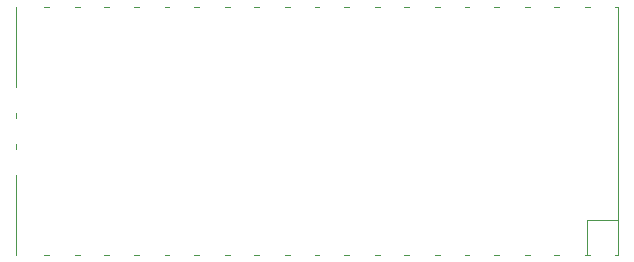
<source format=gbr>
G04 #@! TF.GenerationSoftware,KiCad,Pcbnew,(5.1.9)-1*
G04 #@! TF.CreationDate,2021-04-13T11:57:25+01:00*
G04 #@! TF.ProjectId,Env-KB60,456e762d-4b42-4363-902e-6b696361645f,rev?*
G04 #@! TF.SameCoordinates,Original*
G04 #@! TF.FileFunction,Legend,Bot*
G04 #@! TF.FilePolarity,Positive*
%FSLAX46Y46*%
G04 Gerber Fmt 4.6, Leading zero omitted, Abs format (unit mm)*
G04 Created by KiCad (PCBNEW (5.1.9)-1) date 2021-04-13 11:57:25*
%MOMM*%
%LPD*%
G01*
G04 APERTURE LIST*
%ADD10C,0.120000*%
G04 APERTURE END LIST*
D10*
X309000000Y-97500000D02*
X309000000Y-76500000D01*
X258000000Y-90700000D02*
X258000000Y-97500000D01*
X306333000Y-97500000D02*
X306333000Y-94493000D01*
X306333000Y-94493000D02*
X309000000Y-94493000D01*
X309000000Y-97500000D02*
X308700000Y-97500000D01*
X306600000Y-97500000D02*
X306200000Y-97500000D01*
X304000000Y-97500000D02*
X303600000Y-97500000D01*
X301500000Y-97500000D02*
X301100000Y-97500000D01*
X298900000Y-97500000D02*
X298500000Y-97500000D01*
X296400000Y-97500000D02*
X296000000Y-97500000D01*
X293900000Y-97500000D02*
X293500000Y-97500000D01*
X291300000Y-97500000D02*
X290900000Y-97500000D01*
X288800000Y-97500000D02*
X288400000Y-97500000D01*
X286200000Y-97500000D02*
X285800000Y-97500000D01*
X283700000Y-97500000D02*
X283300000Y-97500000D01*
X281200000Y-97500000D02*
X280800000Y-97500000D01*
X278600000Y-97500000D02*
X278200000Y-97500000D01*
X276100000Y-97500000D02*
X275700000Y-97500000D01*
X273500000Y-97500000D02*
X273100000Y-97500000D01*
X271000000Y-97500000D02*
X270600000Y-97500000D01*
X268400000Y-97500000D02*
X268000000Y-97500000D01*
X265900000Y-97500000D02*
X265500000Y-97500000D01*
X263400000Y-97500000D02*
X263000000Y-97500000D01*
X260800000Y-97500000D02*
X260400000Y-97500000D01*
X293900000Y-76500000D02*
X293500000Y-76500000D01*
X288800000Y-76500000D02*
X288400000Y-76500000D01*
X281200000Y-76500000D02*
X280800000Y-76500000D01*
X273500000Y-76500000D02*
X273100000Y-76500000D01*
X304000000Y-76500000D02*
X303600000Y-76500000D01*
X306600000Y-76500000D02*
X306200000Y-76500000D01*
X298900000Y-76500000D02*
X298500000Y-76500000D01*
X265900000Y-76500000D02*
X265500000Y-76500000D01*
X260800000Y-76500000D02*
X260400000Y-76500000D01*
X263400000Y-76500000D02*
X263000000Y-76500000D01*
X278600000Y-76500000D02*
X278200000Y-76500000D01*
X283700000Y-76500000D02*
X283300000Y-76500000D01*
X296400000Y-76500000D02*
X296000000Y-76500000D01*
X291300000Y-76500000D02*
X290900000Y-76500000D01*
X271000000Y-76500000D02*
X270600000Y-76500000D01*
X286200000Y-76500000D02*
X285800000Y-76500000D01*
X309000000Y-76500000D02*
X308700000Y-76500000D01*
X301500000Y-76500000D02*
X301100000Y-76500000D01*
X276100000Y-76500000D02*
X275700000Y-76500000D01*
X268400000Y-76500000D02*
X268000000Y-76500000D01*
X258000000Y-76500000D02*
X258000000Y-83300000D01*
X258000000Y-88500000D02*
X258000000Y-88100000D01*
X258000000Y-85900000D02*
X258000000Y-85500000D01*
M02*

</source>
